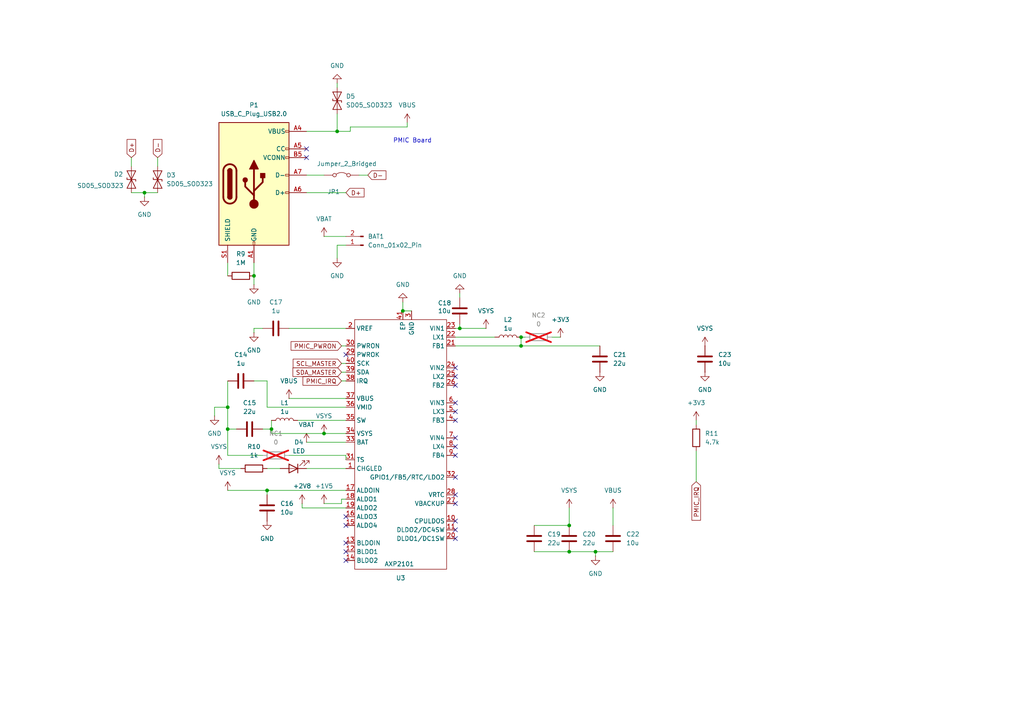
<source format=kicad_sch>
(kicad_sch (version 20231120) (generator "eeschema") (generator_version "8.0")
  (paper "A4")
  (lib_symbols
    (symbol "AXP2101_1"
      (property "Reference" "U" (at 0 0 0))
      (symbol "AXP2101_1_0_1"
        (rectangle (start -13.97 12.7) (end 12.7 -59.69))
      )
      (symbol "AXP2101_1_1_1"
        (pin input line (at -16.51 -30.48 0) (length 2.54) (name "CHGLED") (number "1"))
        (pin power_in line (at 15.24 -45.72 180) (length 2.54) (name "CPULDOS") (number "10"))
        (pin power_out line (at 15.24 -48.26 180) (length 2.54) (name "DLDO2/DC4SW") (number "11"))
        (pin power_out line (at -16.51 -54.61 0) (length 2.54) (name "BLDO1") (number "12"))
        (pin power_in line (at -16.51 -52.07 0) (length 2.54) (name "BLDOIN") (number "13"))
        (pin power_out line (at -16.51 -57.15 0) (length 2.54) (name "BLDO2") (number "14"))
        (pin power_out line (at -16.51 -46.99 0) (length 2.54) (name "ALDO4") (number "15"))
        (pin power_out line (at -16.51 -44.45 0) (length 2.54) (name "ALDO3") (number "16"))
        (pin power_out line (at -16.51 -36.83 0) (length 2.54) (name "ALDOIN") (number "17"))
        (pin power_out line (at -16.51 -39.37 0) (length 2.54) (name "ALDO1") (number "18"))
        (pin power_out line (at -16.51 -41.91 0) (length 2.54) (name "ALDO2") (number "19"))
        (pin power_in line (at -16.51 10.16 0) (length 2.54) (name "VREF") (number "2"))
        (pin power_out line (at 15.24 -50.8 180) (length 2.54) (name "DLDO1/DC1SW") (number "20"))
        (pin power_in line (at 15.24 5.08 180) (length 2.54) (name "FB1") (number "21"))
        (pin power_in line (at 15.24 7.62 180) (length 2.54) (name "LX1") (number "22"))
        (pin power_in line (at 15.24 10.16 180) (length 2.54) (name "VIN1") (number "23"))
        (pin power_in line (at 15.24 -1.27 180) (length 2.54) (name "VIN2") (number "24"))
        (pin power_in line (at 15.24 -3.81 180) (length 2.54) (name "LX2") (number "25"))
        (pin power_in line (at 15.24 -6.35 180) (length 2.54) (name "FB2") (number "26"))
        (pin power_in line (at 15.24 -40.64 180) (length 2.54) (name "VBACKUP") (number "27"))
        (pin power_in line (at 15.24 -38.1 180) (length 2.54) (name "VRTC") (number "28"))
        (pin output line (at -16.51 2.54 0) (length 2.54) (name "PWROK") (number "29"))
        (pin power_in line (at 2.54 15.24 270) (length 2.54) (name "GND") (number "3"))
        (pin bidirectional line (at -16.51 5.08 0) (length 2.54) (name "PWRON") (number "30"))
        (pin input line (at -16.51 -27.94 0) (length 2.54) (name "TS") (number "31"))
        (pin power_in line (at 15.24 -33.02 180) (length 2.54) (name "GPIO1/FB5/RTC/LDO2") (number "32"))
        (pin power_in line (at -16.51 -22.86 0) (length 2.54) (name "BAT") (number "33"))
        (pin power_in line (at -16.51 -20.32 0) (length 2.54) (name "VSYS") (number "34"))
        (pin output line (at -16.51 -16.51 0) (length 2.54) (name "SW") (number "35"))
        (pin power_in line (at -16.51 -12.7 0) (length 2.54) (name "VMID") (number "36"))
        (pin power_in line (at -16.51 -10.16 0) (length 2.54) (name "VBUS") (number "37"))
        (pin output line (at -16.51 -5.08 0) (length 2.54) (name "IRQ") (number "38"))
        (pin bidirectional line (at -16.51 -2.54 0) (length 2.54) (name "SDA") (number "39"))
        (pin power_in line (at 15.24 -16.51 180) (length 2.54) (name "FB3") (number "4"))
        (pin input line (at -16.51 0 0) (length 2.54) (name "SCK") (number "40"))
        (pin power_in line (at 0 15.24 270) (length 2.54) (name "EP") (number "41"))
        (pin power_in line (at 15.24 -13.97 180) (length 2.54) (name "LX3") (number "5"))
        (pin power_in line (at 15.24 -11.43 180) (length 2.54) (name "VIN3") (number "6"))
        (pin power_in line (at 15.24 -21.59 180) (length 2.54) (name "VIN4") (number "7"))
        (pin power_in line (at 15.24 -24.13 180) (length 2.54) (name "LX4") (number "8"))
        (pin power_in line (at 15.24 -26.67 180) (length 2.54) (name "FB4") (number "9"))
      )
    )
    (symbol "Connector:Conn_01x02_Pin" (pin_names (offset 1.016) hide)
      (property "Reference" "J" (at 0 2.54 0))
      (property "Value" "Conn_01x02_Pin" (at 0 -5.08 0))
      (symbol "Conn_01x02_Pin_1_1"
        (polyline (pts (xy 1.27 -2.54) (xy 0.8636 -2.54)) (stroke (width 0.1524)))
        (polyline (pts (xy 1.27 0) (xy 0.8636 0)) (stroke (width 0.1524)))
        (rectangle (start 0.8636 -2.413) (end 0 -2.667) (stroke (width 0.1524)) (fill (type outline)))
        (rectangle (start 0.8636 0.127) (end 0 -0.127) (stroke (width 0.1524)) (fill (type outline)))
        (pin passive line (at 5.08 0 180) (length 3.81) (name "Pin_1") (number "1"))
        (pin passive line (at 5.08 -2.54 180) (length 3.81) (name "Pin_2") (number "2"))
      )
    )
    (symbol "Connector:USB_C_Plug_USB2.0" (pin_names (offset 1.016))
      (property "Reference" "P" (at -10.16 19.05 0))
      (property "Value" "USB_C_Plug_USB2.0" (at 12.7 19.05 0))
      (symbol "USB_C_Plug_USB2.0_0_0"
        (rectangle (start -0.254 -17.78) (end 0.254 -16.764))
        (rectangle (start 10.16 -2.286) (end 9.144 -2.794))
        (rectangle (start 10.16 2.794) (end 9.144 2.286))
        (rectangle (start 10.16 7.874) (end 9.144 7.366))
        (rectangle (start 10.16 10.414) (end 9.144 9.906))
        (rectangle (start 10.16 15.494) (end 9.144 14.986))
      )
      (symbol "USB_C_Plug_USB2.0_0_1"
        (rectangle (start -10.16 17.78) (end 10.16 -17.78) (stroke (width 0.254)) (fill (type background)))
        (arc (start -8.89 -3.81) (mid -6.985 -5.7067) (end -5.08 -3.81) (stroke (width 0.508)))
        (arc (start -7.62 -3.81) (mid -6.985 -4.4423) (end -6.35 -3.81) (stroke (width 0.254)))
        (arc (start -7.62 -3.81) (mid -6.985 -4.4423) (end -6.35 -3.81) (stroke (width 0.254)) (fill (type outline)))
        (rectangle (start -7.62 -3.81) (end -6.35 3.81) (stroke (width 0.254)) (fill (type outline)))
        (arc (start -6.35 3.81) (mid -6.985 4.4423) (end -7.62 3.81) (stroke (width 0.254)))
        (arc (start -6.35 3.81) (mid -6.985 4.4423) (end -7.62 3.81) (stroke (width 0.254)) (fill (type outline)))
        (arc (start -5.08 3.81) (mid -6.985 5.7067) (end -8.89 3.81) (stroke (width 0.508)))
        (circle (center -2.54 1.143) (radius 0.635) (stroke (width 0.254)) (fill (type outline)))
        (circle (center 0 -5.842) (radius 1.27) (fill (type outline)))
        (polyline (pts (xy -8.89 -3.81) (xy -8.89 3.81)) (stroke (width 0.508)))
        (polyline (pts (xy -5.08 3.81) (xy -5.08 -3.81)) (stroke (width 0.508)))
        (polyline (pts (xy 0 -5.842) (xy 0 4.318)) (stroke (width 0.508)))
        (polyline (pts (xy 0 -3.302) (xy -2.54 -0.762) (xy -2.54 0.508)) (stroke (width 0.508)))
        (polyline (pts (xy 0 -2.032) (xy 2.54 0.508) (xy 2.54 1.778)) (stroke (width 0.508)))
        (polyline (pts (xy -1.27 4.318) (xy 0 6.858) (xy 1.27 4.318) (xy -1.27 4.318)) (stroke (width 0.254)) (fill (type outline)))
        (rectangle (start 1.905 1.778) (end 3.175 3.048) (stroke (width 0.254)) (fill (type outline)))
      )
      (symbol "USB_C_Plug_USB2.0_1_1"
        (pin passive line (at 0 -22.86 90) (length 5.08) (name "GND") (number "A1"))
        (pin passive line (at 0 -22.86 90) (length 5.08) hide (name "GND") (number "A12"))
        (pin passive line (at 15.24 15.24 180) (length 5.08) (name "VBUS") (number "A4"))
        (pin bidirectional line (at 15.24 10.16 180) (length 5.08) (name "CC") (number "A5"))
        (pin bidirectional line (at 15.24 -2.54 180) (length 5.08) (name "D+") (number "A6"))
        (pin bidirectional line (at 15.24 2.54 180) (length 5.08) (name "D-") (number "A7"))
        (pin passive line (at 15.24 15.24 180) (length 5.08) hide (name "VBUS") (number "A9"))
        (pin passive line (at 0 -22.86 90) (length 5.08) hide (name "GND") (number "B1"))
        (pin passive line (at 0 -22.86 90) (length 5.08) hide (name "GND") (number "B12"))
        (pin passive line (at 15.24 15.24 180) (length 5.08) hide (name "VBUS") (number "B4"))
        (pin bidirectional line (at 15.24 7.62 180) (length 5.08) (name "VCONN") (number "B5"))
        (pin passive line (at 15.24 15.24 180) (length 5.08) hide (name "VBUS") (number "B9"))
        (pin passive line (at -7.62 -22.86 90) (length 5.08) (name "SHIELD") (number "S1"))
      )
    )
    (symbol "Device:C" (pin_numbers hide) (pin_names (offset 0.254))
      (property "Reference" "C" (at 0.635 2.54 0))
      (property "Value" "C" (at 0.635 -2.54 0))
      (symbol "C_0_1"
        (polyline (pts (xy -2.032 -0.762) (xy 2.032 -0.762)) (stroke (width 0.508)))
        (polyline (pts (xy -2.032 0.762) (xy 2.032 0.762)) (stroke (width 0.508)))
      )
      (symbol "C_1_1"
        (pin passive line (at 0 3.81 270) (length 2.794) (name "~") (number "1"))
        (pin passive line (at 0 -3.81 90) (length 2.794) (name "~") (number "2"))
      )
    )
    (symbol "Device:L" (pin_numbers hide) (pin_names (offset 1.016) hide)
      (property "Reference" "L" (at -1.27 0 90))
      (property "Value" "L" (at 1.905 0 90))
      (symbol "L_0_1"
        (arc (start 0 -2.54) (mid 0.6323 -1.905) (end 0 -1.27))
        (arc (start 0 -1.27) (mid 0.6323 -0.635) (end 0 0))
        (arc (start 0 0) (mid 0.6323 0.635) (end 0 1.27))
        (arc (start 0 1.27) (mid 0.6323 1.905) (end 0 2.54))
      )
      (symbol "L_1_1"
        (pin passive line (at 0 3.81 270) (length 1.27) (name "1") (number "1"))
        (pin passive line (at 0 -3.81 90) (length 1.27) (name "2") (number "2"))
      )
    )
    (symbol "Device:LED" (pin_numbers hide) (pin_names (offset 1.016) hide)
      (property "Reference" "D" (at 0 2.54 0))
      (property "Value" "LED" (at 0 -2.54 0))
      (symbol "LED_0_1"
        (polyline (pts (xy -1.27 -1.27) (xy -1.27 1.27)) (stroke (width 0.254)))
        (polyline (pts (xy -1.27 0) (xy 1.27 0)))
        (polyline (pts (xy 1.27 -1.27) (xy 1.27 1.27) (xy -1.27 0) (xy 1.27 -1.27)) (stroke (width 0.254)))
        (polyline (pts (xy -3.048 -0.762) (xy -4.572 -2.286) (xy -3.81 -2.286) (xy -4.572 -2.286) (xy -4.572 -1.524)))
        (polyline (pts (xy -1.778 -0.762) (xy -3.302 -2.286) (xy -2.54 -2.286) (xy -3.302 -2.286) (xy -3.302 -1.524)))
      )
      (symbol "LED_1_1"
        (pin passive line (at -3.81 0 0) (length 2.54) (name "K") (number "1"))
        (pin passive line (at 3.81 0 180) (length 2.54) (name "A") (number "2"))
      )
    )
    (symbol "Device:R" (pin_numbers hide) (pin_names (offset 0))
      (property "Reference" "R" (at 2.032 0 90))
      (property "Value" "R" (at 0 0 90))
      (symbol "R_0_1"
        (rectangle (start -1.016 -2.54) (end 1.016 2.54) (stroke (width 0.254)))
      )
      (symbol "R_1_1"
        (pin passive line (at 0 3.81 270) (length 1.27) (name "~") (number "1"))
        (pin passive line (at 0 -3.81 90) (length 1.27) (name "~") (number "2"))
      )
    )
    (symbol "Diode:SD05_SOD323" (pin_numbers hide) (pin_names (offset 1.016) hide)
      (property "Reference" "D" (at 0 2.54 0))
      (property "Value" "SD05_SOD323" (at 0 -2.54 0))
      (symbol "SD05_SOD323_0_1"
        (polyline (pts (xy 1.27 0) (xy -1.27 0)))
        (polyline (pts (xy -2.54 -1.27) (xy 0 0) (xy -2.54 1.27) (xy -2.54 -1.27)) (stroke (width 0.2032)))
        (polyline (pts (xy 0.508 1.27) (xy 0 1.27) (xy 0 -1.27) (xy -0.508 -1.27)) (stroke (width 0.2032)))
        (polyline (pts (xy 2.54 1.27) (xy 2.54 -1.27) (xy 0 0) (xy 2.54 1.27)) (stroke (width 0.2032)))
      )
      (symbol "SD05_SOD323_1_1"
        (pin passive line (at -3.81 0 0) (length 2.54) (name "A1") (number "1"))
        (pin passive line (at 3.81 0 180) (length 2.54) (name "A2") (number "2"))
      )
    )
    (symbol "Jumper:Jumper_2_Bridged" (pin_numbers hide) (pin_names (offset 0) hide) (exclude_from_sim yes)
      (property "Reference" "JP" (at 0 1.905 0))
      (property "Value" "Jumper_2_Bridged" (at 0 -2.54 0))
      (symbol "Jumper_2_Bridged_0_0"
        (circle (center -2.032 0) (radius 0.508))
        (circle (center 2.032 0) (radius 0.508))
      )
      (symbol "Jumper_2_Bridged_0_1"
        (arc (start 1.524 0.254) (mid 0 0.762) (end -1.524 0.254))
      )
      (symbol "Jumper_2_Bridged_1_1"
        (pin passive line (at -5.08 0 0) (length 2.54) (name "A") (number "1"))
        (pin passive line (at 5.08 0 180) (length 2.54) (name "B") (number "2"))
      )
    )
    (symbol "power:+1V0" (power) (pin_numbers hide) (pin_names (offset 0) hide)
      (property "Value" "+1V0" (at 0 3.556 0))
      (symbol "+1V0_0_1"
        (polyline (pts (xy -0.762 1.27) (xy 0 2.54)))
        (polyline (pts (xy 0 0) (xy 0 2.54)))
        (polyline (pts (xy 0 2.54) (xy 0.762 1.27)))
      )
      (symbol "+1V0_1_1"
        (pin power_in line (at 0 0 90) (length 0) (name "~") (number "1"))
      )
    )
    (symbol "power:+1V5" (power) (pin_numbers hide) (pin_names (offset 0) hide)
      (property "Value" "+1V5" (at 0 3.556 0))
      (symbol "+1V5_0_1"
        (polyline (pts (xy -0.762 1.27) (xy 0 2.54)))
        (polyline (pts (xy 0 0) (xy 0 2.54)))
        (polyline (pts (xy 0 2.54) (xy 0.762 1.27)))
      )
      (symbol "+1V5_1_1"
        (pin power_in line (at 0 0 90) (length 0) (name "~") (number "1"))
      )
    )
    (symbol "power:+2V8" (power) (pin_numbers hide) (pin_names (offset 0) hide)
      (property "Value" "+2V8" (at 0 3.556 0))
      (symbol "+2V8_0_1"
        (polyline (pts (xy -0.762 1.27) (xy 0 2.54)))
        (polyline (pts (xy 0 0) (xy 0 2.54)))
        (polyline (pts (xy 0 2.54) (xy 0.762 1.27)))
      )
      (symbol "+2V8_1_1"
        (pin power_in line (at 0 0 90) (length 0) (name "~") (number "1"))
      )
    )
    (symbol "power:+3V3" (power) (pin_numbers hide) (pin_names (offset 0) hide)
      (property "Value" "+3V3" (at 0 3.556 0))
      (symbol "+3V3_0_1"
        (polyline (pts (xy -0.762 1.27) (xy 0 2.54)))
        (polyline (pts (xy 0 0) (xy 0 2.54)))
        (polyline (pts (xy 0 2.54) (xy 0.762 1.27)))
      )
      (symbol "+3V3_1_1"
        (pin power_in line (at 0 0 90) (length 0) (name "~") (number "1"))
      )
    )
    (symbol "power:GND" (power) (pin_numbers hide) (pin_names (offset 0) hide)
      (property "Value" "GND" (at 0 -3.81 0))
      (symbol "GND_0_1"
        (polyline (pts (xy 0 0) (xy 0 -1.27) (xy 1.27 -1.27) (xy 0 -2.54) (xy -1.27 -1.27) (xy 0 -1.27)))
      )
      (symbol "GND_1_1"
        (pin power_in line (at 0 0 270) (length 0) (name "~") (number "1"))
      )
    )
  )
  (junction (at 151.13 97.79))
  (junction (at 93.98 125.73))
  (junction (at 172.72 160.02))
  (junction (at 151.13 100.33))
  (junction (at 66.04 124.46))
  (junction (at 116.84 90.17))
  (junction (at 73.66 80.01))
  (junction (at 133.35 95.25))
  (junction (at 165.1 160.02))
  (junction (at 165.1 152.4))
  (junction (at 77.47 142.24))
  (junction (at 66.04 118.11))
  (junction (at 41.91 55.88))
  (junction (at 97.79 38.1))
  (junction (at 78.74 124.46))
  (no_connect (at 132.08 146.05))
  (no_connect (at 132.08 143.51))
  (no_connect (at 88.9 45.72))
  (no_connect (at 88.9 43.18))
  (no_connect (at 132.08 111.76))
  (no_connect (at 100.33 162.56))
  (no_connect (at 132.08 119.38))
  (no_connect (at 132.08 153.67))
  (no_connect (at 100.33 160.02))
  (no_connect (at 132.08 127))
  (no_connect (at 132.08 151.13))
  (no_connect (at 132.08 129.54))
  (no_connect (at 100.33 102.87))
  (no_connect (at 132.08 116.84))
  (no_connect (at 132.08 138.43))
  (no_connect (at 132.08 132.08))
  (no_connect (at 132.08 156.21))
  (no_connect (at 100.33 152.4))
  (no_connect (at 132.08 109.22))
  (no_connect (at 100.33 157.48))
  (no_connect (at 132.08 106.68))
  (no_connect (at 100.33 149.86))
  (no_connect (at 132.08 121.92))
  (wire (pts (xy 201.93 121.92) (xy 201.93 123.19)))
  (wire (pts (xy 151.13 100.33) (xy 151.13 97.79)))
  (wire (pts (xy 77.47 142.24) (xy 100.33 142.24)))
  (wire (pts (xy 154.94 160.02) (xy 165.1 160.02)))
  (wire (pts (xy 100.33 147.32) (xy 87.63 147.32)))
  (wire (pts (xy 100.33 133.35) (xy 100.33 132.08)))
  (wire (pts (xy 73.66 95.25) (xy 73.66 96.52)))
  (wire (pts (xy 41.91 55.88) (xy 41.91 57.15)))
  (wire (pts (xy 97.79 33.02) (xy 97.79 38.1)))
  (wire (pts (xy 88.9 135.89) (xy 100.33 135.89)))
  (wire (pts (xy 160.02 97.79) (xy 162.56 97.79)))
  (wire (pts (xy 172.72 160.02) (xy 177.8 160.02)))
  (wire (pts (xy 38.1 45.72) (xy 38.1 48.26)))
  (wire (pts (xy 38.1 55.88) (xy 41.91 55.88)))
  (wire (pts (xy 73.66 80.01) (xy 73.66 82.55)))
  (wire (pts (xy 93.98 146.05) (xy 99.06 146.05)))
  (wire (pts (xy 78.74 125.73) (xy 93.98 125.73)))
  (wire (pts (xy 66.04 76.2) (xy 66.04 80.01)))
  (wire (pts (xy 172.72 160.02) (xy 172.72 161.29)))
  (wire (pts (xy 66.04 142.24) (xy 77.47 142.24)))
  (wire (pts (xy 88.9 55.88) (xy 100.33 55.88)))
  (wire (pts (xy 101.6 36.83) (xy 118.11 36.83)))
  (wire (pts (xy 132.08 95.25) (xy 133.35 95.25)))
  (wire (pts (xy 132.08 100.33) (xy 151.13 100.33)))
  (wire (pts (xy 83.82 95.25) (xy 100.33 95.25)))
  (wire (pts (xy 77.47 118.11) (xy 100.33 118.11)))
  (wire (pts (xy 66.04 110.49) (xy 66.04 118.11)))
  (wire (pts (xy 78.74 121.92) (xy 78.74 124.46)))
  (wire (pts (xy 99.06 144.78) (xy 100.33 144.78)))
  (wire (pts (xy 99.06 100.33) (xy 100.33 100.33)))
  (wire (pts (xy 88.9 38.1) (xy 97.79 38.1)))
  (wire (pts (xy 173.99 100.33) (xy 151.13 100.33)))
  (wire (pts (xy 100.33 71.12) (xy 97.79 71.12)))
  (wire (pts (xy 62.23 118.11) (xy 62.23 120.65)))
  (wire (pts (xy 76.2 95.25) (xy 73.66 95.25)))
  (wire (pts (xy 63.5 135.89) (xy 63.5 134.62)))
  (wire (pts (xy 101.6 38.1) (xy 97.79 38.1)))
  (wire (pts (xy 87.63 147.32) (xy 87.63 146.05)))
  (wire (pts (xy 100.33 132.08) (xy 83.82 132.08)))
  (wire (pts (xy 77.47 135.89) (xy 81.28 135.89)))
  (wire (pts (xy 76.2 132.08) (xy 66.04 132.08)))
  (wire (pts (xy 116.84 87.63) (xy 116.84 90.17)))
  (wire (pts (xy 66.04 132.08) (xy 66.04 124.46)))
  (wire (pts (xy 177.8 147.32) (xy 177.8 152.4)))
  (wire (pts (xy 100.33 107.95) (xy 99.06 107.95)))
  (wire (pts (xy 100.33 110.49) (xy 99.06 110.49)))
  (wire (pts (xy 104.14 50.8) (xy 106.68 50.8)))
  (wire (pts (xy 165.1 147.32) (xy 165.1 152.4)))
  (wire (pts (xy 78.74 124.46) (xy 78.74 125.73)))
  (wire (pts (xy 77.47 142.24) (xy 77.47 143.51)))
  (wire (pts (xy 86.36 121.92) (xy 100.33 121.92)))
  (wire (pts (xy 101.6 36.83) (xy 101.6 38.1)))
  (wire (pts (xy 77.47 110.49) (xy 77.47 118.11)))
  (wire (pts (xy 73.66 76.2) (xy 73.66 80.01)))
  (wire (pts (xy 63.5 135.89) (xy 69.85 135.89)))
  (wire (pts (xy 93.98 68.58) (xy 100.33 68.58)))
  (wire (pts (xy 201.93 139.7) (xy 201.93 130.81)))
  (wire (pts (xy 154.94 152.4) (xy 165.1 152.4)))
  (wire (pts (xy 88.9 50.8) (xy 93.98 50.8)))
  (wire (pts (xy 83.82 115.57) (xy 100.33 115.57)))
  (wire (pts (xy 151.13 97.79) (xy 152.4 97.79)))
  (wire (pts (xy 45.72 45.72) (xy 45.72 48.26)))
  (wire (pts (xy 133.35 85.09) (xy 133.35 86.36)))
  (wire (pts (xy 66.04 124.46) (xy 66.04 118.11)))
  (wire (pts (xy 133.35 95.25) (xy 140.97 95.25)))
  (wire (pts (xy 68.58 124.46) (xy 66.04 124.46)))
  (wire (pts (xy 132.08 97.79) (xy 143.51 97.79)))
  (wire (pts (xy 77.47 110.49) (xy 73.66 110.49)))
  (wire (pts (xy 62.23 118.11) (xy 66.04 118.11)))
  (wire (pts (xy 165.1 160.02) (xy 172.72 160.02)))
  (wire (pts (xy 118.11 36.83) (xy 118.11 35.56)))
  (wire (pts (xy 76.2 124.46) (xy 78.74 124.46)))
  (wire (pts (xy 97.79 71.12) (xy 97.79 74.93)))
  (wire (pts (xy 99.06 146.05) (xy 99.06 144.78)))
  (wire (pts (xy 88.9 128.27) (xy 100.33 128.27)))
  (wire (pts (xy 93.98 125.73) (xy 100.33 125.73)))
  (wire (pts (xy 119.38 90.17) (xy 116.84 90.17)))
  (wire (pts (xy 41.91 55.88) (xy 45.72 55.88)))
  (wire (pts (xy 97.79 24.13) (xy 97.79 25.4)))
  (wire (pts (xy 133.35 93.98) (xy 133.35 95.25)))
  (wire (pts (xy 100.33 105.41) (xy 99.06 105.41)))
  (text "PMIC Board" (at 119.634 40.894 0) (effects (font (size 1.27 1.27))))
  (global_label "D-" (shape input) (at 106.68 50.8 0) (property "Intersheetrefs" "${INTERSHEET_REFS}" (effects (hide yes))))
  (global_label "D+" (shape input) (at 100.33 55.88 0) (property "Intersheetrefs" "${INTERSHEET_REFS}" (effects (hide yes))))
  (global_label "SDA_MASTER" (shape input) (at 99.06 107.95 180) (property "Intersheetrefs" "${INTERSHEET_REFS}" (effects (hide yes))))
  (global_label "D-" (shape input) (at 45.72 45.72 90) (property "Intersheetrefs" "${INTERSHEET_REFS}" (effects (hide yes))))
  (global_label "D+" (shape input) (at 38.1 45.72 90) (property "Intersheetrefs" "${INTERSHEET_REFS}" (effects (hide yes))))
  (global_label "SCL_MASTER" (shape input) (at 99.06 105.41 180) (property "Intersheetrefs" "${INTERSHEET_REFS}" (effects (hide yes))))
  (global_label "PMIC_IRQ" (shape input) (at 201.93 139.7 270) (property "Intersheetrefs" "${INTERSHEET_REFS}" (effects (hide yes))))
  (global_label "PMIC_IRQ" (shape input) (at 99.06 110.49 180) (property "Intersheetrefs" "${INTERSHEET_REFS}" (effects (hide yes))))
  (global_label "PMIC_PWRON" (shape input) (at 99.06 100.33 180) (property "Intersheetrefs" "${INTERSHEET_REFS}" (effects (hide yes))))
  (symbol (lib_id "power:GND") (at 116.84 87.63 180) (unit 1)
    (property "Reference" "#PWR050" (effects (hide yes)))
    (property "Value" "GND" (at 116.84 82.55 0))
    (property "Description" "Power symbol creates a global label with name \"GND\" , ground" (effects (hide yes)))
  )
  (symbol (lib_id "power:+2V8") (at 87.63 146.05 0) (unit 1)
    (property "Reference" "#PWR043" (effects (hide yes)))
    (property "Value" "+2V8" (at 87.63 140.97 0))
    (property "Description" "Power symbol creates a global label with name \"+2V8\"" (effects (hide yes)))
  )
  (symbol (lib_id "Jumper:Jumper_2_Bridged") (at 99.06 50.8 0) (unit 1) (exclude_from_sim yes)
    (property "Reference" "JP1" (at 96.774 55.626 0))
    (property "Value" "Jumper_2_Bridged" (at 100.584 47.498 0))
    (property "Description" "Jumper, 2-pole, closed/bridged" (effects (hide yes)))
  )
  (symbol (lib_name "AXP2101_1") (lib_id "pmic:AXP2101") (at 116.84 105.41 0) (unit 1)
    (property "Reference" "U3" (at 116.205 167.64 0))
    (property "Value" "AXP2101" (at 115.824 163.576 0))
    (property "Footprint" "Package_DFN_QFN:QFN-40-1EP_5x5mm_P0.4mm_EP3.6x3.6mm" (effects (hide yes)))
    (property "Datasheet" "https://www.lcsc.com/datasheet/lcsc_datasheet_2305060916_X-Powers-Tech-AXP2101_C3036461.pdf" (effects (hide yes)))
    (property "Description" "QFN-40-EP(5x5) Power Management - Specialized ROHS" (effects (hide yes)))
    (property "LCSC Part" "C3036461" (effects (hide yes)))
    (property "Mfr Part" "AXP2101" (effects (hide yes)))
  )
  (symbol (lib_id "Device:C") (at 80.01 95.25 90) (unit 1)
    (property "Reference" "C17" (at 80.01 87.63 90))
    (property "Value" "1u" (at 80.01 90.17 90))
    (property "Footprint" "Capacitor_SMD:C_0603_1608Metric" (effects (hide yes)))
    (property "Description" "Unpolarized capacitor" (effects (hide yes)))
  )
  (symbol (lib_id "Device:L") (at 82.55 121.92 90) (unit 1)
    (property "Reference" "L1" (at 82.55 116.84 90))
    (property "Value" "1u" (at 82.55 119.38 90))
    (property "Footprint" "Inductor_SMD:L_0805_2012Metric_Pad1.05x1.20mm_HandSolder" (effects (hide yes)))
    (property "Description" "Inductor" (effects (hide yes)))
    (property "LCSC Part" "C6364721" (effects (hide yes)))
    (property "Mfr Part" "AHW2012F-1R0KTF" (effects (hide yes)))
  )
  (symbol (lib_id "power:GND") (at 77.47 151.13 0) (unit 1)
    (property "Reference" "#PWR041" (effects (hide yes)))
    (property "Value" "GND" (at 77.47 156.21 0))
    (property "Description" "Power symbol creates a global label with name \"GND\" , ground" (effects (hide yes)))
  )
  (symbol (lib_id "Device:C") (at 69.85 110.49 90) (unit 1)
    (property "Reference" "C14" (at 69.85 102.87 90))
    (property "Value" "1u" (at 69.85 105.41 90))
    (property "Footprint" "Capacitor_SMD:C_0603_1608Metric" (effects (hide yes)))
    (property "Description" "Unpolarized capacitor" (effects (hide yes)))
  )
  (symbol (lib_id "power:+1V0") (at 63.5 134.62 0) (unit 1)
    (property "Reference" "#PWR037" (effects (hide yes)))
    (property "Value" "VSYS" (at 63.5 129.54 0))
    (property "Description" "System Voltage" (effects (hide yes)))
  )
  (symbol (lib_id "power:+1V0") (at 66.04 142.24 0) (unit 1)
    (property "Reference" "#PWR038" (effects (hide yes)))
    (property "Value" "VSYS" (at 66.04 137.16 0))
    (property "Description" "System Voltage" (effects (hide yes)))
  )
  (symbol (lib_id "Device:C") (at 133.35 90.17 180) (unit 1)
    (property "Reference" "C18" (at 127 87.884 0) (effects (justify right)))
    (property "Value" "10u" (at 127 90.17 0) (effects (justify right)))
    (property "Footprint" "Capacitor_SMD:C_0603_1608Metric_Pad1.08x0.95mm_HandSolder" (effects (hide yes)))
    (property "Description" "Unpolarized capacitor" (effects (hide yes)))
  )
  (symbol (lib_id "power:+1V0") (at 165.1 147.32 0) (unit 1)
    (property "Reference" "#PWR055" (effects (hide yes)))
    (property "Value" "VSYS" (at 165.1 142.24 0))
    (property "Description" "System Voltage" (effects (hide yes)))
  )
  (symbol (lib_id "power:+1V0") (at 93.98 68.58 0) (unit 1)
    (property "Reference" "#PWR045" (effects (hide yes)))
    (property "Value" "VBAT" (at 93.98 63.5 0))
    (property "Description" "System Voltage" (effects (hide yes)))
  )
  (symbol (lib_id "Diode:SD05_SOD323") (at 38.1 52.07 90) (unit 1)
    (property "Reference" "D2" (at 33.02 50.546 90) (effects (justify right)))
    (property "Value" "SD05_SOD323" (at 22.352 53.848 90) (effects (justify right)))
    (property "Footprint" "Diode_SMD:D_SOD-323" (effects (hide yes)))
    (property "Datasheet" "https://www.littelfuse.com/~/media/electronics/datasheets/tvs_diode_arrays/littelfuse_tvs_diode_array_sd_c_datasheet.pdf.pdf" (effects (hide yes)))
    (property "Description" "5V, 450W Discrete Bidirectional TVS Diode, SOD-323" (effects (hide yes)))
  )
  (symbol (lib_id "power:+1V0") (at 204.47 100.33 0) (unit 1)
    (property "Reference" "#PWR060" (effects (hide yes)))
    (property "Value" "VSYS" (at 204.47 95.25 0))
    (property "Description" "System Voltage" (effects (hide yes)))
  )
  (symbol (lib_id "power:GND") (at 173.99 107.95 0) (unit 1)
    (property "Reference" "#PWR057" (effects (hide yes)))
    (property "Value" "GND" (at 173.99 113.03 0))
    (property "Description" "Power symbol creates a global label with name \"GND\" , ground" (effects (hide yes)))
  )
  (symbol (lib_id "Device:LED") (at 85.09 135.89 180) (unit 1)
    (property "Reference" "D4" (at 86.6775 128.27 0))
    (property "Value" "LED" (at 86.6775 130.81 0))
    (property "Footprint" "LED_SMD:LED_0402_1005Metric" (effects (hide yes)))
    (property "Description" "Light emitting diode" (effects (hide yes)))
  )
  (symbol (lib_id "power:GND") (at 172.72 161.29 0) (unit 1)
    (property "Reference" "#PWR056" (effects (hide yes)))
    (property "Value" "GND" (at 172.72 166.37 0))
    (property "Description" "Power symbol creates a global label with name \"GND\" , ground" (effects (hide yes)))
  )
  (symbol (lib_id "power:+1V0") (at 93.98 125.73 0) (unit 1)
    (property "Reference" "#PWR046" (effects (hide yes)))
    (property "Value" "VSYS" (at 93.98 120.65 0))
    (property "Description" "System Voltage" (effects (hide yes)))
  )
  (symbol (lib_id "Device:L") (at 147.32 97.79 90) (unit 1)
    (property "Reference" "L2" (at 147.32 92.71 90))
    (property "Value" "1u" (at 147.32 95.25 90))
    (property "Footprint" "Inductor_SMD:L_0805_2012Metric_Pad1.05x1.20mm_HandSolder" (effects (hide yes)))
    (property "Description" "Inductor" (effects (hide yes)))
    (property "LCSC Part" "C6364721" (effects (hide yes)))
    (property "Mfr Part" "AHW2012F-1R0KTF" (effects (hide yes)))
  )
  (symbol (lib_id "power:GND") (at 133.35 85.09 180) (unit 1)
    (property "Reference" "#PWR052" (effects (hide yes)))
    (property "Value" "GND" (at 133.35 80.01 0))
    (property "Description" "Power symbol creates a global label with name \"GND\" , ground" (effects (hide yes)))
  )
  (symbol (lib_id "power:GND") (at 97.79 24.13 180) (unit 1)
    (property "Reference" "#PWR048" (effects (hide yes)))
    (property "Value" "GND" (at 97.79 19.05 0))
    (property "Description" "Power symbol creates a global label with name \"GND\" , ground" (effects (hide yes)))
  )
  (symbol (lib_id "power:+1V5") (at 93.98 146.05 0) (unit 1)
    (property "Reference" "#PWR047" (effects (hide yes)))
    (property "Value" "+1V5" (at 93.98 140.97 0))
    (property "Description" "Power symbol creates a global label with name \"+1V5\"" (effects (hide yes)))
  )
  (symbol (lib_id "power:GND") (at 73.66 82.55 0) (unit 1)
    (property "Reference" "#PWR039" (effects (hide yes)))
    (property "Value" "GND" (at 73.66 87.63 0))
    (property "Description" "Power symbol creates a global label with name \"GND\" , ground" (effects (hide yes)))
  )
  (symbol (lib_id "power:GND") (at 41.91 57.15 0) (unit 1)
    (property "Reference" "#PWR035" (effects (hide yes)))
    (property "Value" "GND" (at 41.91 62.23 0))
    (property "Description" "Power symbol creates a global label with name \"GND\" , ground" (effects (hide yes)))
  )
  (symbol (lib_id "power:+1V0") (at 83.82 115.57 0) (unit 1)
    (property "Reference" "#PWR042" (effects (hide yes)))
    (property "Value" "VBUS" (at 83.82 110.49 0))
    (property "Description" "System Voltage" (effects (hide yes)))
  )
  (symbol (lib_id "power:+1V0") (at 140.97 95.25 0) (unit 1)
    (property "Reference" "#PWR053" (effects (hide yes)))
    (property "Value" "VSYS" (at 140.97 90.17 0))
    (property "Description" "System Voltage" (effects (hide yes)))
  )
  (symbol (lib_id "Device:R") (at 69.85 80.01 90) (unit 1)
    (property "Reference" "R9" (at 69.85 73.66 90))
    (property "Value" "1M" (at 69.85 76.2 90))
    (property "Footprint" "Resistor_SMD:R_0603_1608Metric_Pad0.98x0.95mm_HandSolder" (effects (hide yes)))
    (property "Description" "Resistor" (effects (hide yes)))
  )
  (symbol (lib_id "power:GND") (at 204.47 107.95 0) (unit 1)
    (property "Reference" "#PWR061" (effects (hide yes)))
    (property "Value" "GND" (at 204.47 113.03 0))
    (property "Description" "Power symbol creates a global label with name \"GND\" , ground" (effects (hide yes)))
  )
  (symbol (lib_id "power:GND") (at 62.23 120.65 0) (unit 1)
    (property "Reference" "#PWR036" (effects (hide yes)))
    (property "Value" "GND" (at 62.23 125.73 0))
    (property "Description" "Power symbol creates a global label with name \"GND\" , ground" (effects (hide yes)))
  )
  (symbol (lib_id "Diode:SD05_SOD323") (at 97.79 29.21 90) (unit 1)
    (property "Reference" "D5" (at 100.33 27.9399 90) (effects (justify right)))
    (property "Value" "SD05_SOD323" (at 100.33 30.4799 90) (effects (justify right)))
    (property "Footprint" "Diode_SMD:D_SOD-323" (effects (hide yes)))
    (property "Datasheet" "https://www.littelfuse.com/~/media/electronics/datasheets/tvs_diode_arrays/littelfuse_tvs_diode_array_sd_c_datasheet.pdf.pdf" (effects (hide yes)))
    (property "Description" "5V, 450W Discrete Bidirectional TVS Diode, SOD-323" (effects (hide yes)))
  )
  (symbol (lib_id "Device:C") (at 204.47 104.14 180) (unit 1)
    (property "Reference" "C23" (at 208.28 102.8699 0) (effects (justify right)))
    (property "Value" "10u" (at 208.28 105.4099 0) (effects (justify right)))
    (property "Footprint" "Capacitor_SMD:C_0603_1608Metric_Pad1.08x0.95mm_HandSolder" (effects (hide yes)))
    (property "Description" "Unpolarized capacitor" (effects (hide yes)))
  )
  (symbol (lib_id "Connector:USB_C_Plug_USB2.0") (at 73.66 53.34 0) (unit 1)
    (property "Reference" "P1" (at 73.66 30.48 0))
    (property "Value" "USB_C_Plug_USB2.0" (at 73.66 33.02 0))
    (property "Footprint" "Connector_USB:USB_C_Receptacle_HRO_TYPE-C-31-M-12" (effects (hide yes)))
    (property "Datasheet" "https://www.usb.org/sites/default/files/documents/usb_type-c.zip" (effects (hide yes)))
    (property "Description" "USB 2.0-only Type-C Plug connector" (effects (hide yes)))
    (property "LCSC Part" "C223907" (effects (hide yes)))
    (property "Mfr Part" "TYPE-C-31-M-14" (effects (hide yes)))
  )
  (symbol (lib_id "power:+3V3") (at 201.93 121.92 0) (unit 1)
    (property "Reference" "#PWR059" (effects (hide yes)))
    (property "Value" "+3V3" (at 201.93 116.84 0))
    (property "Description" "Power symbol creates a global label with name \"+3V3\"" (effects (hide yes)))
  )
  (symbol (lib_id "Device:R") (at 80.01 132.08 90) (unit 1) (dnp yes)
    (property "Reference" "NC1" (at 80.01 125.73 90))
    (property "Value" "0" (at 80.01 128.27 90))
    (property "Footprint" "Resistor_SMD:R_1206_3216Metric" (effects (hide yes)))
    (property "Description" "Resistor" (effects (hide yes)))
  )
  (symbol (lib_id "power:+1V0") (at 177.8 147.32 0) (unit 1)
    (property "Reference" "#PWR058" (effects (hide yes)))
    (property "Value" "VBUS" (at 177.8 142.24 0))
    (property "Description" "System Voltage" (effects (hide yes)))
  )
  (symbol (lib_id "Device:C") (at 173.99 104.14 180) (unit 1)
    (property "Reference" "C21" (at 177.8 102.8699 0) (effects (justify right)))
    (property "Value" "22u" (at 177.8 105.4099 0) (effects (justify right)))
    (property "Footprint" "Capacitor_SMD:C_0603_1608Metric_Pad1.08x0.95mm_HandSolder" (effects (hide yes)))
    (property "Description" "Unpolarized capacitor" (effects (hide yes)))
  )
  (symbol (lib_id "Device:C") (at 72.39 124.46 270) (unit 1)
    (property "Reference" "C15" (at 72.39 116.84 90))
    (property "Value" "22u" (at 72.39 119.38 90))
    (property "Footprint" "Capacitor_SMD:C_0603_1608Metric_Pad1.08x0.95mm_HandSolder" (effects (hide yes)))
    (property "Description" "Unpolarized capacitor" (effects (hide yes)))
  )
  (symbol (lib_id "power:+1V0") (at 118.11 35.56 0) (unit 1)
    (property "Reference" "#PWR051" (effects (hide yes)))
    (property "Value" "VBUS" (at 118.11 30.48 0))
    (property "Description" "System Voltage" (effects (hide yes)))
  )
  (symbol (lib_id "power:GND") (at 73.66 96.52 0) (unit 1)
    (property "Reference" "#PWR040" (effects (hide yes)))
    (property "Value" "GND" (at 73.66 101.6 0))
    (property "Description" "Power symbol creates a global label with name \"GND\" , ground" (effects (hide yes)))
  )
  (symbol (lib_id "Device:C") (at 165.1 156.21 180) (unit 1)
    (property "Reference" "C20" (at 168.91 154.9399 0) (effects (justify right)))
    (property "Value" "22u" (at 168.91 157.4799 0) (effects (justify right)))
    (property "Footprint" "Capacitor_SMD:C_0603_1608Metric_Pad1.08x0.95mm_HandSolder" (effects (hide yes)))
    (property "Description" "Unpolarized capacitor" (effects (hide yes)))
  )
  (symbol (lib_id "Device:C") (at 177.8 156.21 180) (unit 1)
    (property "Reference" "C22" (at 181.61 154.9399 0) (effects (justify right)))
    (property "Value" "10u" (at 181.61 157.4799 0) (effects (justify right)))
    (property "Footprint" "Capacitor_SMD:C_0603_1608Metric_Pad1.08x0.95mm_HandSolder" (effects (hide yes)))
    (property "Description" "Unpolarized capacitor" (effects (hide yes)))
  )
  (symbol (lib_id "Device:R") (at 156.21 97.79 90) (unit 1) (dnp yes)
    (property "Reference" "NC2" (at 156.21 91.44 90))
    (property "Value" "0" (at 156.21 93.98 90))
    (property "Footprint" "Resistor_SMD:R_1206_3216Metric" (effects (hide yes)))
    (property "Description" "Resistor" (effects (hide yes)))
  )
  (symbol (lib_id "Device:C") (at 77.47 147.32 180) (unit 1)
    (property "Reference" "C16" (at 81.28 146.0499 0) (effects (justify right)))
    (property "Value" "10u" (at 81.28 148.5899 0) (effects (justify right)))
    (property "Footprint" "Capacitor_SMD:C_0603_1608Metric_Pad1.08x0.95mm_HandSolder" (effects (hide yes)))
    (property "Description" "Unpolarized capacitor" (effects (hide yes)))
  )
  (symbol (lib_id "Device:R") (at 73.66 135.89 270) (unit 1)
    (property "Reference" "R10" (at 73.66 129.54 90))
    (property "Value" "1k" (at 73.66 132.08 90))
    (property "Footprint" "Resistor_SMD:R_0603_1608Metric_Pad0.98x0.95mm_HandSolder" (effects (hide yes)))
    (property "Description" "Resistor" (effects (hide yes)))
  )
  (symbol (lib_id "Diode:SD05_SOD323") (at 45.72 52.07 90) (unit 1)
    (property "Reference" "D3" (at 48.26 50.7999 90) (effects (justify right)))
    (property "Value" "SD05_SOD323" (at 48.26 53.3399 90) (effects (justify right)))
    (property "Footprint" "Diode_SMD:D_SOD-323" (effects (hide yes)))
    (property "Datasheet" "https://www.littelfuse.com/~/media/electronics/datasheets/tvs_diode_arrays/littelfuse_tvs_diode_array_sd_c_datasheet.pdf.pdf" (effects (hide yes)))
    (property "Description" "5V, 450W Discrete Bidirectional TVS Diode, SOD-323" (effects (hide yes)))
  )
  (symbol (lib_id "Device:C") (at 154.94 156.21 180) (unit 1)
    (property "Reference" "C19" (at 158.75 154.9399 0) (effects (justify right)))
    (property "Value" "22u" (at 158.75 157.4799 0) (effects (justify right)))
    (property "Footprint" "Capacitor_SMD:C_0603_1608Metric_Pad1.08x0.95mm_HandSolder" (effects (hide yes)))
    (property "Description" "Unpolarized capacitor" (effects (hide yes)))
  )
  (symbol (lib_id "power:GND") (at 97.79 74.93 0) (unit 1)
    (property "Reference" "#PWR049" (effects (hide yes)))
    (property "Value" "GND" (at 97.79 80.01 0))
    (property "Description" "Power symbol creates a global label with name \"GND\" , ground" (effects (hide yes)))
  )
  (symbol (lib_id "Device:R") (at 201.93 127 180) (unit 1)
    (property "Reference" "R11" (at 204.47 125.7299 0) (effects (justify right)))
    (property "Value" "4.7k" (at 204.47 128.2699 0) (effects (justify right)))
    (property "Footprint" "Resistor_SMD:R_0603_1608Metric_Pad0.98x0.95mm_HandSolder" (effects (hide yes)))
    (property "Description" "Resistor" (effects (hide yes)))
  )
  (symbol (lib_id "power:+3V3") (at 162.56 97.79 0) (unit 1)
    (property "Reference" "#PWR054" (effects (hide yes)))
    (property "Value" "+3V3" (at 162.56 92.71 0))
    (property "Description" "Power symbol creates a global label with name \"+3V3\"" (effects (hide yes)))
  )
  (symbol (lib_id "power:+1V0") (at 88.9 128.27 0) (unit 1)
    (property "Reference" "#PWR044" (effects (hide yes)))
    (property "Value" "VBAT" (at 88.9 123.19 0))
    (property "Description" "System Voltage" (effects (hide yes)))
  )
  (symbol (lib_id "Connector:Conn_01x02_Pin") (at 105.41 71.12 180) (unit 1)
    (property "Reference" "BAT1" (at 106.68 68.5799 0) (effects (justify right)))
    (property "Value" "Conn_01x02_Pin" (at 106.68 71.1199 0) (effects (justify right)))
    (property "Footprint" "Footprint_Wareit_Mic:SMD_CONNECTOR_PAD" (effects (hide yes)))
    (property "Description" "Generic connector, single row, 01x02, script generated" (effects (hide yes)))
  )
)
</source>
